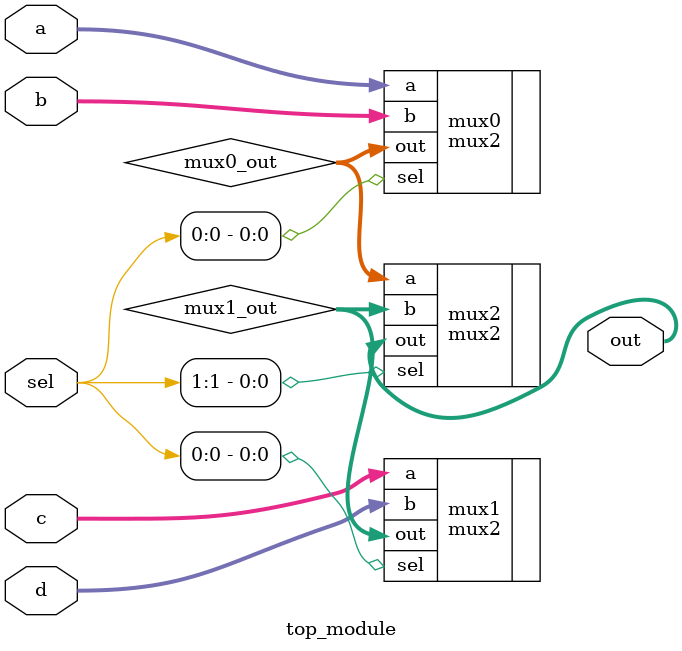
<source format=v>
module top_module (
    input [1:0] sel,
    input [7:0] a,
    input [7:0] b,
    input [7:8] c,
    input [7:0] d,
    output [7:0] out
);

    wire [7:0] mux0_out, mux1_out;
    mux2 mux0 ( .sel(sel[0]), .a(a), .b(b), .out(mux0_out) );
    mux2 mux1 ( .sel(sel[0]), .a(c), .b(d), .out(mux1_out) );
    mux2 mux2 ( .sel(sel[1]), .a(mux0_out), .b(mux1_out), .out(out) );

endmodule
</source>
